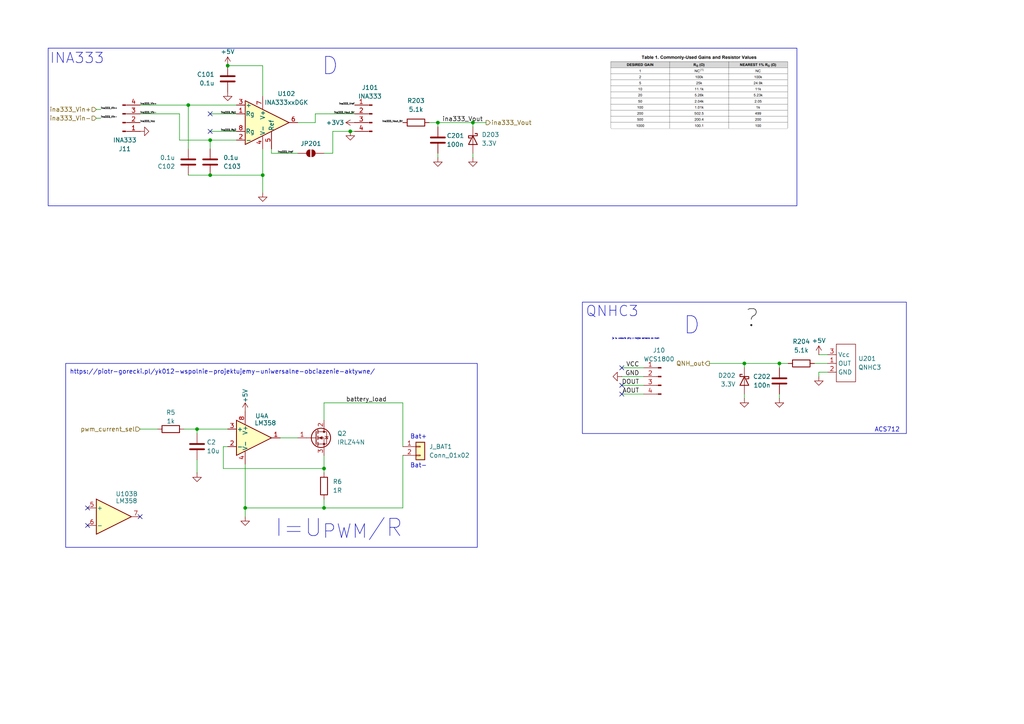
<source format=kicad_sch>
(kicad_sch (version 20250114) (generator "eeschema") (generator_version "9.0")
  (paper "A4")
  (lib_symbols
    (symbol "Amplifier_Instrumentation:INA333xxDGK" (pin_names (offset 0.127))
      (property "Reference" "U" (at 3.81 3.175 0))
      (property "Value" "INA333xxDGK" (at 3.81 -3.175 0))
      (symbol "INA333xxDGK_0_1"
        (polyline (pts (xy 7.62 0) (xy -5.08 6.35) (xy -5.08 -6.35) (xy 7.62 0)) (stroke (width 0.254)) (fill (type background)))
      )
      (symbol "INA333xxDGK_1_1"
        (pin input line (at -7.62 5.08 0) (length 2.54) (name "+") (number "3"))
        (pin passive line (at -7.62 2.54 0) (length 2.54) (name "Rg") (number "1"))
        (pin passive line (at -7.62 -2.54 0) (length 2.54) (name "Rg") (number "8"))
        (pin input line (at -7.62 -5.08 0) (length 2.54) (name "-") (number "2"))
        (pin power_in line (at 0 7.62 270) (length 3.81) (name "V+") (number "7"))
        (pin power_in line (at 0 -7.62 90) (length 3.81) (name "V-") (number "4"))
        (pin input line (at 2.54 -7.62 90) (length 5.08) (name "Ref") (number "5"))
        (pin output line (at 10.16 0 180) (length 2.54) (name "~") (number "6"))
      )
    )
    (symbol "Amplifier_Operational:LM358" (pin_names (offset 0.127))
      (property "Reference" "U" (at 0 5.08 0))
      (property "Value" "LM358" (at 0 -5.08 0))
      (symbol "LM358_1_1"
        (polyline (pts (xy -5.08 5.08) (xy 5.08 0) (xy -5.08 -5.08) (xy -5.08 5.08)) (stroke (width 0.254)) (fill (type background)))
        (pin input line (at -7.62 2.54 0) (length 2.54) (name "+") (number "3"))
        (pin input line (at -7.62 -2.54 0) (length 2.54) (name "-") (number "2"))
        (pin output line (at 7.62 0 180) (length 2.54) (name "~") (number "1"))
      )
      (symbol "LM358_2_1"
        (polyline (pts (xy -5.08 5.08) (xy 5.08 0) (xy -5.08 -5.08) (xy -5.08 5.08)) (stroke (width 0.254)) (fill (type background)))
        (pin input line (at -7.62 2.54 0) (length 2.54) (name "+") (number "5"))
        (pin input line (at -7.62 -2.54 0) (length 2.54) (name "-") (number "6"))
        (pin output line (at 7.62 0 180) (length 2.54) (name "~") (number "7"))
      )
      (symbol "LM358_3_1"
        (pin power_in line (at -2.54 7.62 270) (length 3.81) (name "V+") (number "8"))
        (pin power_in line (at -2.54 -7.62 90) (length 3.81) (name "V-") (number "4"))
      )
    )
    (symbol "Connector:Conn_01x04_Pin" (pin_names (offset 1.016) (hide yes))
      (property "Reference" "J" (at 0 5.08 0))
      (property "Value" "Conn_01x04_Pin" (at 0 -7.62 0))
      (symbol "Conn_01x04_Pin_1_1"
        (rectangle (start 0.8636 2.667) (end 0 2.413) (stroke (width 0.1524)) (fill (type outline)))
        (rectangle (start 0.8636 0.127) (end 0 -0.127) (stroke (width 0.1524)) (fill (type outline)))
        (rectangle (start 0.8636 -2.413) (end 0 -2.667) (stroke (width 0.1524)) (fill (type outline)))
        (rectangle (start 0.8636 -4.953) (end 0 -5.207) (stroke (width 0.1524)) (fill (type outline)))
        (polyline (pts (xy 1.27 2.54) (xy 0.8636 2.54)) (stroke (width 0.1524)))
        (polyline (pts (xy 1.27 0) (xy 0.8636 0)) (stroke (width 0.1524)))
        (polyline (pts (xy 1.27 -2.54) (xy 0.8636 -2.54)) (stroke (width 0.1524)))
        (polyline (pts (xy 1.27 -5.08) (xy 0.8636 -5.08)) (stroke (width 0.1524)))
        (pin passive line (at 5.08 2.54 180) (length 3.81) (name "Pin_1") (number "1"))
        (pin passive line (at 5.08 0 180) (length 3.81) (name "Pin_2") (number "2"))
        (pin passive line (at 5.08 -2.54 180) (length 3.81) (name "Pin_3") (number "3"))
        (pin passive line (at 5.08 -5.08 180) (length 3.81) (name "Pin_4") (number "4"))
      )
    )
    (symbol "Connector_Generic:Conn_01x02" (pin_names (offset 1.016) (hide yes))
      (property "Reference" "J" (at 0 2.54 0))
      (property "Value" "Conn_01x02" (at 0 -5.08 0))
      (symbol "Conn_01x02_1_1"
        (rectangle (start -1.27 1.27) (end 1.27 -3.81) (stroke (width 0.254)) (fill (type background)))
        (rectangle (start -1.27 0.127) (end 0 -0.127) (stroke (width 0.1524)))
        (rectangle (start -1.27 -2.413) (end 0 -2.667) (stroke (width 0.1524)))
        (pin passive line (at -5.08 0 0) (length 3.81) (name "Pin_1") (number "1"))
        (pin passive line (at -5.08 -2.54 0) (length 3.81) (name "Pin_2") (number "2"))
      )
    )
    (symbol "Device:C" (pin_numbers (hide yes)) (pin_names (offset 0.254))
      (property "Reference" "C" (at 0.635 2.54 0))
      (property "Value" "C" (at 0.635 -2.54 0))
      (symbol "C_0_1"
        (polyline (pts (xy -2.032 0.762) (xy 2.032 0.762)) (stroke (width 0.508)))
        (polyline (pts (xy -2.032 -0.762) (xy 2.032 -0.762)) (stroke (width 0.508)))
      )
      (symbol "C_1_1"
        (pin passive line (at 0 3.81 270) (length 2.794) (name "~") (number "1"))
        (pin passive line (at 0 -3.81 90) (length 2.794) (name "~") (number "2"))
      )
    )
    (symbol "Device:D_Schottky" (pin_numbers (hide yes)) (pin_names (offset 1.016) (hide yes))
      (property "Reference" "D" (at 0 2.54 0))
      (property "Value" "D_Schottky" (at 0 -2.54 0))
      (symbol "D_Schottky_0_1"
        (polyline (pts (xy -1.905 0.635) (xy -1.905 1.27) (xy -1.27 1.27) (xy -1.27 -1.27) (xy -0.635 -1.27) (xy -0.635 -0.635)) (stroke (width 0.254)))
        (polyline (pts (xy 1.27 1.27) (xy 1.27 -1.27) (xy -1.27 0) (xy 1.27 1.27)) (stroke (width 0.254)))
        (polyline (pts (xy 1.27 0) (xy -1.27 0)))
      )
      (symbol "D_Schottky_1_1"
        (pin passive line (at -3.81 0 0) (length 2.54) (name "K") (number "1"))
        (pin passive line (at 3.81 0 180) (length 2.54) (name "A") (number "2"))
      )
    )
    (symbol "Device:R" (pin_numbers (hide yes)) (pin_names (offset 0))
      (property "Reference" "R" (at 2.032 0 90))
      (property "Value" "R" (at 0 0 90))
      (symbol "R_0_1"
        (rectangle (start -1.016 -2.54) (end 1.016 2.54) (stroke (width 0.254)))
      )
      (symbol "R_1_1"
        (pin passive line (at 0 3.81 270) (length 1.27) (name "~") (number "1"))
        (pin passive line (at 0 -3.81 90) (length 1.27) (name "~") (number "2"))
      )
    )
    (symbol "Jumper:SolderJumper_2_Open" (pin_numbers (hide yes)) (pin_names (offset 0) (hide yes)) (in_bom no)
      (property "Reference" "JP" (at 0 2.032 0))
      (property "Value" "SolderJumper_2_Open" (at 0 -2.54 0))
      (symbol "SolderJumper_2_Open_0_1"
        (polyline (pts (xy -0.254 1.016) (xy -0.254 -1.016)))
        (arc (start -0.254 -1.016) (mid -1.2656 0) (end -0.254 1.016))
        (arc (start -0.254 -1.016) (mid -1.2656 0) (end -0.254 1.016) (fill (type outline)))
        (arc (start 0.254 1.016) (mid 1.2656 0) (end 0.254 -1.016))
        (arc (start 0.254 1.016) (mid 1.2656 0) (end 0.254 -1.016) (fill (type outline)))
        (polyline (pts (xy 0.254 1.016) (xy 0.254 -1.016)))
      )
      (symbol "SolderJumper_2_Open_1_1"
        (pin passive line (at -3.81 0 0) (length 2.54) (name "A") (number "1"))
        (pin passive line (at 3.81 0 180) (length 2.54) (name "B") (number "2"))
      )
    )
    (symbol "LM358_1" (pin_names (offset 0.127))
      (symbol "LM358_1_1_1"
        (polyline (pts (xy -5.08 5.08) (xy 5.08 0) (xy -5.08 -5.08) (xy -5.08 5.08)) (stroke (width 0.254)) (fill (type background)))
        (pin input line (at -7.62 2.54 0) (length 2.54) (name "+") (number "3"))
        (pin input line (at -7.62 -2.54 0) (length 2.54) (name "-") (number "2"))
        (pin output line (at 7.62 0 180) (length 2.54) (name "~") (number "1"))
      )
      (symbol "LM358_1_2_1"
        (polyline (pts (xy -5.08 5.08) (xy 5.08 0) (xy -5.08 -5.08) (xy -5.08 5.08)) (stroke (width 0.254)) (fill (type background)))
        (pin input line (at -7.62 2.54 0) (length 2.54) (name "+") (number "5"))
        (pin input line (at -7.62 -2.54 0) (length 2.54) (name "-") (number "6"))
        (pin output line (at 7.62 0 180) (length 2.54) (name "~") (number "7"))
      )
      (symbol "LM358_1_3_1"
        (pin power_in line (at -2.54 7.62 270) (length 3.81) (name "V+") (number "8"))
        (pin power_in line (at -2.54 -7.62 90) (length 3.81) (name "V-") (number "4"))
      )
    )
    (symbol "Transistor_FET:IRLZ44N" (pin_names (hide yes))
      (property "Reference" "Q" (at 5.08 1.905 0))
      (property "Value" "IRLZ44N" (at 5.08 0 0))
      (symbol "IRLZ44N_0_1"
        (polyline (pts (xy 0.254 1.905) (xy 0.254 -1.905)) (stroke (width 0.254)))
        (polyline (pts (xy 0.254 0) (xy -2.54 0)))
        (polyline (pts (xy 0.762 2.286) (xy 0.762 1.27)) (stroke (width 0.254)))
        (polyline (pts (xy 0.762 0.508) (xy 0.762 -0.508)) (stroke (width 0.254)))
        (polyline (pts (xy 0.762 -1.27) (xy 0.762 -2.286)) (stroke (width 0.254)))
        (polyline (pts (xy 0.762 -1.778) (xy 3.302 -1.778) (xy 3.302 1.778) (xy 0.762 1.778)))
        (polyline (pts (xy 1.016 0) (xy 2.032 0.381) (xy 2.032 -0.381) (xy 1.016 0)) (fill (type outline)))
        (circle (center 1.651 0) (radius 2.794) (stroke (width 0.254)))
        (polyline (pts (xy 2.54 2.54) (xy 2.54 1.778)))
        (circle (center 2.54 1.778) (radius 0.254) (fill (type outline)))
        (circle (center 2.54 -1.778) (radius 0.254) (fill (type outline)))
        (polyline (pts (xy 2.54 -2.54) (xy 2.54 0) (xy 0.762 0)))
        (polyline (pts (xy 2.794 0.508) (xy 2.921 0.381) (xy 3.683 0.381) (xy 3.81 0.254)))
        (polyline (pts (xy 3.302 0.381) (xy 2.921 -0.254) (xy 3.683 -0.254) (xy 3.302 0.381)))
      )
      (symbol "IRLZ44N_1_1"
        (pin input line (at -5.08 0 0) (length 2.54) (name "G") (number "1"))
        (pin passive line (at 2.54 5.08 270) (length 2.54) (name "D") (number "2"))
        (pin passive line (at 2.54 -5.08 90) (length 2.54) (name "S") (number "3"))
      )
    )
    (symbol "footprints:QNHC3"
      (property "Reference" "U" (at 2.286 5.334 0))
      (property "Value" "QNHC3" (at 0 0 0))
      (symbol "QNHC3_0_1"
        (rectangle (start -2.54 4.318) (end 3.048 -6.604))
      )
      (symbol "QNHC3_1_1"
        (pin passive line (at -5.08 1.27 0) (length 2.54) (name "Vcc") (number "3"))
        (pin passive line (at -5.08 -1.27 0) (length 2.54) (name "OUT") (number "1"))
        (pin passive line (at -5.08 -3.81 0) (length 2.54) (name "GND") (number "2"))
        (pin passive line (at 6.35 11.43 180) (length 2.54) (hide yes) (name "NC") (number "4"))
        (pin passive line (at 6.35 7.62 180) (length 2.54) (hide yes) (name "NC") (number "5"))
      )
    )
    (symbol "power:+3V3" (power) (pin_numbers (hide yes)) (pin_names (offset 0) (hide yes))
      (property "Value" "+3V3" (at 0 3.556 0))
      (symbol "+3V3_0_1"
        (polyline (pts (xy -0.762 1.27) (xy 0 2.54)))
        (polyline (pts (xy 0 2.54) (xy 0.762 1.27)))
        (polyline (pts (xy 0 0) (xy 0 2.54)))
      )
      (symbol "+3V3_1_1"
        (pin power_in line (at 0 0 90) (length 0) (name "~") (number "1"))
      )
    )
    (symbol "power:+5V" (power) (pin_numbers (hide yes)) (pin_names (offset 0) (hide yes))
      (property "Value" "+5V" (at 0 3.556 0))
      (symbol "+5V_0_1"
        (polyline (pts (xy -0.762 1.27) (xy 0 2.54)))
        (polyline (pts (xy 0 2.54) (xy 0.762 1.27)))
        (polyline (pts (xy 0 0) (xy 0 2.54)))
      )
      (symbol "+5V_1_1"
        (pin power_in line (at 0 0 90) (length 0) (name "~") (number "1"))
      )
    )
    (symbol "power:GND" (power) (pin_numbers (hide yes)) (pin_names (offset 0) (hide yes))
      (property "Value" "GND" (at 0 -3.81 0))
      (symbol "GND_0_1"
        (polyline (pts (xy 0 0) (xy 0 -1.27) (xy 1.27 -1.27) (xy 0 -2.54) (xy -1.27 -1.27) (xy 0 -1.27)))
      )
      (symbol "GND_1_1"
        (pin power_in line (at 0 0 270) (length 0) (name "~") (number "1"))
      )
    )
  )
  (rectangle (start 168.91 87.63) (end 262.89 125.73))
  (rectangle (start 13.97 13.97) (end 231.14 59.69))
  (rectangle (start 19.05 105.41) (end 138.43 158.75))
  (text "D" (at 200.66 94.488 0) (effects (font (size 5 5))))
  (text "I=U_{PWM}/R\n" (at 98.298 156.21 0) (effects (font (size 5 5)) (justify bottom)))
  (text "https://piotr-gorecki.pl/yk012-wspolnie-projektujemy-uniwersalne-obciazenie-aktywne/" (at 64.516 107.95 0) (effects (font (size 1.27 1.27))))
  (text "ACS712 " (at 257.81 124.714 0) (effects (font (size 1.27 1.27))))
  (text "ja tu wstawie piny z mojeo sensora co mam\n" (at 184.404 98.298 0) (effects (font (size 0.4 0.4))))
  (text "Bat+" (at 121.412 126.746 0) (effects (font (size 1.27 1.27))))
  (text "D" (at 95.758 19.304 0) (effects (font (size 5 5))))
  (text "INA333\n" (at 22.352 17.018 0) (effects (font (size 3 3))))
  (text "Bat-" (at 121.412 135.128 0) (effects (font (size 1.27 1.27))))
  (text "QNHC3" (at 177.546 90.424 0) (effects (font (size 3 3))))
  (junction (at 101.6 38.1))
  (junction (at 54.61 30.48))
  (junction (at 93.98 135.89))
  (junction (at 66.04 19.05))
  (junction (at 71.12 147.32))
  (junction (at 226.06 105.41))
  (junction (at 127 35.56))
  (junction (at 93.98 147.32))
  (junction (at 137.16 35.56))
  (junction (at 215.9 105.41))
  (junction (at 60.96 50.8))
  (junction (at 60.96 40.64))
  (junction (at 76.2 50.8))
  (junction (at 57.15 124.46))
  (no_connect (at 180.34 111.76))
  (no_connect (at 40.64 149.86))
  (no_connect (at 60.96 38.1))
  (no_connect (at 25.4 147.32))
  (no_connect (at 180.34 114.3))
  (no_connect (at 180.34 106.68))
  (no_connect (at 25.4 152.4))
  (no_connect (at 60.96 33.02))
  (wire (pts (xy 60.96 40.64) (xy 60.96 43.18)))
  (wire (pts (xy 93.98 132.08) (xy 93.98 135.89)))
  (wire (pts (xy 93.98 116.84) (xy 93.98 121.92)))
  (wire (pts (xy 71.12 147.32) (xy 71.12 149.86)))
  (wire (pts (xy 64.77 129.54) (xy 66.04 129.54)))
  (wire (pts (xy 27.94 31.75) (xy 29.21 31.75)))
  (wire (pts (xy 54.61 30.48) (xy 54.61 43.18)))
  (wire (pts (xy 137.16 35.56) (xy 137.16 36.83)))
  (wire (pts (xy 180.34 106.68) (xy 186.69 106.68)))
  (wire (pts (xy 76.2 55.88) (xy 76.2 50.8)))
  (wire (pts (xy 27.94 34.29) (xy 29.21 34.29)))
  (wire (pts (xy 91.44 33.02) (xy 102.87 33.02)))
  (wire (pts (xy 71.12 134.62) (xy 71.12 147.32)))
  (wire (pts (xy 215.9 105.41) (xy 215.9 106.68)))
  (wire (pts (xy 96.52 44.45) (xy 93.98 44.45)))
  (wire (pts (xy 101.6 38.1) (xy 102.87 38.1)))
  (wire (pts (xy 52.07 33.02) (xy 40.64 33.02)))
  (wire (pts (xy 64.77 135.89) (xy 64.77 129.54)))
  (wire (pts (xy 237.49 107.95) (xy 240.03 107.95)))
  (wire (pts (xy 60.96 40.64) (xy 52.07 40.64)))
  (wire (pts (xy 86.36 127) (xy 81.28 127)))
  (wire (pts (xy 215.9 105.41) (xy 205.74 105.41)))
  (wire (pts (xy 127 35.56) (xy 137.16 35.56)))
  (wire (pts (xy 116.84 116.84) (xy 93.98 116.84)))
  (wire (pts (xy 226.06 114.3) (xy 226.06 115.57)))
  (wire (pts (xy 91.44 35.56) (xy 91.44 33.02)))
  (wire (pts (xy 57.15 125.73) (xy 57.15 124.46)))
  (wire (pts (xy 116.84 147.32) (xy 93.98 147.32)))
  (wire (pts (xy 96.52 38.1) (xy 96.52 44.45)))
  (wire (pts (xy 57.15 124.46) (xy 66.04 124.46)))
  (wire (pts (xy 76.2 19.05) (xy 76.2 27.94)))
  (wire (pts (xy 226.06 106.68) (xy 226.06 105.41)))
  (wire (pts (xy 215.9 114.3) (xy 215.9 115.57)))
  (wire (pts (xy 93.98 135.89) (xy 93.98 137.16)))
  (wire (pts (xy 60.96 50.8) (xy 76.2 50.8)))
  (wire (pts (xy 54.61 50.8) (xy 60.96 50.8)))
  (wire (pts (xy 60.96 38.1) (xy 68.58 38.1)))
  (wire (pts (xy 137.16 35.56) (xy 140.97 35.56)))
  (wire (pts (xy 57.15 133.35) (xy 57.15 137.16)))
  (wire (pts (xy 180.34 111.76) (xy 186.69 111.76)))
  (wire (pts (xy 52.07 40.64) (xy 52.07 33.02)))
  (wire (pts (xy 60.96 33.02) (xy 68.58 33.02)))
  (wire (pts (xy 93.98 135.89) (xy 64.77 135.89)))
  (wire (pts (xy 226.06 105.41) (xy 215.9 105.41)))
  (wire (pts (xy 237.49 102.87) (xy 240.03 102.87)))
  (wire (pts (xy 71.12 147.32) (xy 93.98 147.32)))
  (wire (pts (xy 127 36.83) (xy 127 35.56)))
  (wire (pts (xy 78.74 44.45) (xy 86.36 44.45)))
  (wire (pts (xy 53.34 124.46) (xy 57.15 124.46)))
  (wire (pts (xy 86.36 35.56) (xy 91.44 35.56)))
  (wire (pts (xy 66.04 19.05) (xy 76.2 19.05)))
  (wire (pts (xy 93.98 147.32) (xy 93.98 144.78)))
  (wire (pts (xy 236.22 105.41) (xy 240.03 105.41)))
  (wire (pts (xy 127 44.45) (xy 127 45.72)))
  (wire (pts (xy 78.74 44.45) (xy 78.74 43.18)))
  (wire (pts (xy 54.61 30.48) (xy 68.58 30.48)))
  (wire (pts (xy 40.64 124.46) (xy 45.72 124.46)))
  (wire (pts (xy 237.49 109.22) (xy 237.49 107.95)))
  (wire (pts (xy 76.2 50.8) (xy 76.2 43.18)))
  (wire (pts (xy 60.96 40.64) (xy 68.58 40.64)))
  (wire (pts (xy 180.34 114.3) (xy 186.69 114.3)))
  (wire (pts (xy 180.34 109.22) (xy 186.69 109.22)))
  (wire (pts (xy 116.84 129.54) (xy 116.84 116.84)))
  (wire (pts (xy 228.6 105.41) (xy 226.06 105.41)))
  (wire (pts (xy 137.16 44.45) (xy 137.16 45.72)))
  (wire (pts (xy 116.84 132.08) (xy 116.84 147.32)))
  (wire (pts (xy 101.6 38.1) (xy 96.52 38.1)))
  (wire (pts (xy 40.64 30.48) (xy 54.61 30.48)))
  (wire (pts (xy 124.46 35.56) (xy 127 35.56)))
  (image (at 203.2 26.67) (scale 0.646178))
  (label "ina333_Vcc" (at 40.64 35.56 0) (effects (font (size 0.5 0.5))))
  (label "VCC" (at 185.42 106.68 180))
  (label "ina333_Vref" (at 85.09 44.45 180) (effects (font (size 0.5 0.5))))
  (label "GND" (at 185.42 109.22 180))
  (label "ina333_Rg2" (at 68.58 38.1 180) (effects (font (size 0.5 0.5))))
  (label "ina333_Vref" (at 102.87 30.48 180) (effects (font (size 0.5 0.5))))
  (label "ina333_Vin-" (at 29.21 34.29 0) (effects (font (size 0.5 0.5))))
  (label "battery_load" (at 100.33 116.84 0))
  (label "ina333_Vin-" (at 40.64 33.02 0) (effects (font (size 0.5 0.5))))
  (label "?" (at 215.9 96.52 0) (effects (font (size 5 5))))
  (label "ina333_Rg1" (at 68.58 33.02 180) (effects (font (size 0.5 0.5))))
  (label "ina333_Vout_5V" (at 102.87 33.02 180) (effects (font (size 0.5 0.5))))
  (label "DOUT" (at 185.42 111.76 180))
  (label "ina333_Vin+" (at 40.64 30.48 0) (effects (font (size 0.5 0.5))))
  (label "AOUT" (at 185.42 114.3 180))
  (label "ina333_Vin+" (at 29.21 31.75 0) (effects (font (size 0.5 0.5))))
  (label "ina333_Vout_5V" (at 116.84 35.56 180) (effects (font (size 0.5 0.5))))
  (label "ina333_Vout" (at 128.27 35.56 0))
  (hierarchical_label "ina333_Vout" (shape output) (at 140.97 35.56 0))
  (hierarchical_label "pwm_current_sel" (shape input) (at 40.64 124.46 180))
  (hierarchical_label "QNH_out" (shape output) (at 205.74 105.41 180))
  (hierarchical_label "ina333_Vin-" (shape input) (at 27.94 34.29 180))
  (hierarchical_label "ina333_Vin+" (shape input) (at 27.94 31.75 180))
  (symbol (lib_id "Connector:Conn_01x04_Pin") (at 191.77 109.22 0) (mirror y) (unit 1)
    (property "Reference" "J10" (at 191.135 101.6 0))
    (property "Value" "WCS1800" (at 191.135 104.14 0))
    (property "Footprint" "Connector_PinHeader_2.54mm:PinHeader_1x04_P2.54mm_Vertical" (effects (hide yes)))
    (property "Datasheet" "https://jlcpcb.com/api/file/downloadByFileSystemAccessId/8588887121902391296" (effects (hide yes)))
    (property "Description" "Generic connector, single row, 01x04, script generated" (effects (hide yes)))
    (property "JLCPCB Part" "C2337" (effects (hide yes)))
  )
  (symbol (lib_id "power:GND") (at 57.15 137.16 0) (unit 1)
    (property "Reference" "#PWR014" (effects (hide yes)))
    (property "Value" "GND" (effects (hide yes)))
    (property "Description" "Power symbol creates a global label with name \"GND\" , ground" (effects (hide yes)))
  )
  (symbol (lib_id "power:GND") (at 76.2 55.88 0) (unit 1)
    (property "Reference" "#PWR0105" (effects (hide yes)))
    (property "Value" "GND" (effects (hide yes)))
    (property "Description" "Power symbol creates a global label with name \"GND\" , ground" (effects (hide yes)))
  )
  (symbol (lib_id "Device:C") (at 66.04 22.86 0) (mirror y) (unit 1)
    (property "Reference" "C101" (at 62.23 21.5899 0) (effects (justify left)))
    (property "Value" "0.1u" (at 62.23 24.1299 0) (effects (justify left)))
    (property "Footprint" "Capacitor_SMD:C_0805_2012Metric" (effects (hide yes)))
    (property "Datasheet" "https://jlcpcb.com/partdetail/28983-CL21B104KCFNNNE/C28233" (effects (hide yes)))
    (property "Description" "100V 100nF X7R ±10%" (effects (hide yes)))
    (property "Manufacturer" "Samsung Electro-Mechanics" (effects (hide yes)))
  )
  (symbol (lib_id "Jumper:SolderJumper_2_Open") (at 90.17 44.45 0) (unit 1) (in_bom no)
    (property "Reference" "JP201" (at 90.17 41.656 0))
    (property "Value" "SolderJumper_2_Open" (effects (hide yes)))
    (property "Footprint" "Jumper:SolderJumper-2_P1.3mm_Open_TrianglePad1.0x1.5mm" (effects (hide yes)))
    (property "Description" "Solder Jumper, 2-pole, open" (effects (hide yes)))
  )
  (symbol (lib_id "Device:C") (at 60.96 46.99 0) (mirror x) (unit 1)
    (property "Reference" "C103" (at 64.77 48.2601 0) (effects (justify left)))
    (property "Value" "0.1u" (at 64.77 45.7201 0) (effects (justify left)))
    (property "Footprint" "Capacitor_SMD:C_0805_2012Metric" (effects (hide yes)))
    (property "Datasheet" "https://jlcpcb.com/partdetail/28983-CL21B104KCFNNNE/C28233" (effects (hide yes)))
    (property "Description" "100V 100nF X7R ±10%" (effects (hide yes)))
    (property "Manufacturer" "Samsung Electro-Mechanics" (effects (hide yes)))
  )
  (symbol (lib_id "Device:R") (at 49.53 124.46 90) (unit 1)
    (property "Reference" "R5" (at 49.53 119.634 90))
    (property "Value" "1k" (at 49.53 122.174 90))
    (property "Footprint" "Resistor_SMD:R_0805_2012Metric" (effects (hide yes)))
    (property "Datasheet" "https://jlcpcb.com/partdetail/4817-1206W4F1001T5E/C4410" (effects (hide yes)))
    (property "Description" "Resistor" (effects (hide yes)))
    (property "JLCPCB Part" "C17513" (effects (hide yes)))
    (property "Link" "https://jlcpcb.com/partdetail/18201-0805W8F1001T5E/C17513" (effects (hide yes)))
    (property "MFR Part" "0805W8F1001T5E" (effects (hide yes)))
    (property "Manufacturer" "UNI-ROYAL(Uniroyal Elec)" (effects (hide yes)))
  )
  (symbol (lib_name "LM358_1") (lib_id "Amplifier_Operational:LM358") (at 33.02 149.86 0) (unit 2)
    (property "Reference" "U103" (at 33.528 143.256 0) (effects (justify left)))
    (property "Value" "LM358" (at 33.528 145.288 0) (effects (justify left)))
    (property "Footprint" "footprints:LM358" (effects (hide yes)))
    (property "Datasheet" "https://jlcpcb.com/partdetail/PJSEMI-LM358/C2977710" (effects (hide yes)))
    (property "Description" "-16V~16V 0℃~+70℃ 150nA 2 2mA 30nA 32V 32V 40mA 5mV 90dB SOIC-8 Operational Amplifier ROHS" (effects (hide yes)))
    (property "JLCPCB Part" "C2977710" (effects (hide yes)))
  )
  (symbol (lib_id "power:GND") (at 40.64 38.1 90) (unit 1)
    (property "Reference" "#PWR0107" (effects (hide yes)))
    (property "Value" "GND" (effects (hide yes)))
    (property "Description" "Power symbol creates a global label with name \"GND\" , ground" (effects (hide yes)))
  )
  (symbol (lib_id "Connector_Generic:Conn_01x02") (at 121.92 129.54 0) (unit 1)
    (property "Reference" "J_BAT1" (at 124.46 129.5399 0) (effects (justify left)))
    (property "Value" "Conn_01x02" (at 124.46 132.0799 0) (effects (justify left)))
    (property "Footprint" "TerminalBlock:TerminalBlock_MaiXu_MX126-5.0-02P_1x02_P5.00mm" (effects (hide yes)))
  )
  (symbol (lib_id "Device:C") (at 54.61 46.99 180) (unit 1)
    (property "Reference" "C102" (at 50.8 48.2601 0) (effects (justify left)))
    (property "Value" "0.1u" (at 50.8 45.7201 0) (effects (justify left)))
    (property "Footprint" "Capacitor_SMD:C_0805_2012Metric" (effects (hide yes)))
    (property "Datasheet" "https://jlcpcb.com/partdetail/28983-CL21B104KCFNNNE/C28233" (effects (hide yes)))
    (property "Description" "100V 100nF X7R ±10%" (effects (hide yes)))
    (property "Manufacturer" "Samsung Electro-Mechanics" (effects (hide yes)))
  )
  (symbol (lib_id "power:GND") (at 71.12 149.86 0) (unit 1)
    (property "Reference" "#PWR017" (effects (hide yes)))
    (property "Value" "GND" (effects (hide yes)))
    (property "Description" "Power symbol creates a global label with name \"GND\" , ground" (effects (hide yes)))
  )
  (symbol (lib_id "Transistor_FET:IRLZ44N") (at 91.44 127 0) (unit 1)
    (property "Reference" "Q2" (at 97.79 125.7299 0) (effects (justify left)))
    (property "Value" "IRLZ44N" (at 97.79 128.2699 0) (effects (justify left)))
    (property "Footprint" "Package_TO_SOT_THT:TO-220-3_Vertical" (effects (hide yes)))
    (property "Datasheet" "https://jlcpcb.com/partdetail/InfineonTechnologies-IRLZ44NPBF/C38774" (effects (hide yes)))
    (property "Description" "47A Id, 55V Vds, 22mOhm Rds Single N-Channel HEXFET Power MOSFET, TO-220AB" (effects (hide yes)))
    (property "JLCPCB Part" " C38774" (effects (hide yes)))
    (property "Link" "https://jlcpcb.com/partdetail/InfineonTechnologies-IRLZ44NPBF/C38774" (effects (hide yes)))
    (property "MFR Part" " IRLZ44NPBF" (effects (hide yes)))
    (property "Manufacturer" " Infineon Technologies" (effects (hide yes)))
  )
  (symbol (lib_id "Amplifier_Operational:LM358") (at 73.66 127 0) (unit 1)
    (property "Reference" "U4" (at 75.946 120.65 0))
    (property "Value" "LM358" (at 76.962 122.682 0))
    (property "Footprint" "footprints:LM358" (effects (hide yes)))
    (property "Datasheet" "https://jlcpcb.com/partdetail/PJSEMI-LM358/C2977710" (effects (hide yes)))
    (property "Description" "-16V~16V 0℃~+70℃ 150nA 2 2mA 30nA 32V 32V 40mA 5mV 90dB SOIC-8 Operational Amplifier ROHS" (effects (hide yes)))
    (property "JLCPCB Part" "C2977710" (effects (hide yes)))
  )
  (symbol (lib_id "power:GND") (at 180.34 109.22 270) (unit 1)
    (property "Reference" "#PWR027" (effects (hide yes)))
    (property "Value" "GND" (effects (hide yes)))
    (property "Description" "Power symbol creates a global label with name \"GND\" , ground" (effects (hide yes)))
  )
  (symbol (lib_id "footprints:QNHC3") (at 245.11 104.14 0) (unit 1) (in_bom no)
    (property "Reference" "U201" (at 248.92 104.0129 0) (effects (justify left)))
    (property "Value" "QNHC3" (at 248.92 106.5529 0) (effects (justify left)))
    (property "Footprint" "footprints:QNHC3" (effects (hide yes)))
    (property "Datasheet" "https://pl.aliexpress.com/item/1005006113864778.html?gatewayAdapt=glo2pol" (effects (hide yes)))
  )
  (symbol (lib_id "Device:R") (at 120.65 35.56 90) (unit 1)
    (property "Reference" "R203" (at 120.65 29.21 90))
    (property "Value" "5.1k" (at 120.65 31.75 90))
    (property "Footprint" "Resistor_SMD:R_0805_2012Metric" (effects (hide yes)))
    (property "Description" "Resistor" (effects (hide yes)))
    (property "MFR Part" "0805W8F5101T5E " (effects (hide yes)))
    (property "Manufacturer" "UNI-ROYAL(Uniroyal Elec) " (effects (hide yes)))
    (property "Link" "https://jlcpcb.com/partdetail/28584-0805W8F5101T5E/C27834" (effects (hide yes)))
  )
  (symbol (lib_id "power:GND") (at 226.06 115.57 0) (mirror y) (unit 1)
    (property "Reference" "#PWR0220" (effects (hide yes)))
    (property "Value" "GND" (effects (hide yes)))
    (property "Description" "Power symbol creates a global label with name \"GND\" , ground" (effects (hide yes)))
  )
  (symbol (lib_id "power:GND") (at 215.9 115.57 0) (mirror y) (unit 1)
    (property "Reference" "#PWR0221" (effects (hide yes)))
    (property "Value" "GND" (effects (hide yes)))
    (property "Description" "Power symbol creates a global label with name \"GND\" , ground" (effects (hide yes)))
  )
  (symbol (lib_id "power:+3V3") (at 102.87 35.56 90) (unit 1)
    (property "Reference" "#PWR0108" (effects (hide yes)))
    (property "Value" "+3V3" (at 99.822 35.56 90) (effects (justify left)))
    (property "Description" "Power symbol creates a global label with name \"+3V3\"" (effects (hide yes)))
  )
  (symbol (lib_id "power:GND") (at 137.16 45.72 0) (unit 1)
    (property "Reference" "#PWR0207" (effects (hide yes)))
    (property "Value" "GND" (effects (hide yes)))
    (property "Description" "Power symbol creates a global label with name \"GND\" , ground" (effects (hide yes)))
  )
  (symbol (lib_id "power:+5V") (at 71.12 119.38 0) (unit 1)
    (property "Reference" "#PWR016" (effects (hide yes)))
    (property "Value" "+5V" (at 71.12 114.808 90))
    (property "Description" "Power symbol creates a global label with name \"+5V\"" (effects (hide yes)))
  )
  (symbol (lib_id "Device:D_Schottky") (at 215.9 110.49 90) (mirror x) (unit 1)
    (property "Reference" "D202" (at 213.36 108.9024 90) (effects (justify left)))
    (property "Value" "3.3V" (at 213.36 111.4424 90) (effects (justify left)))
    (property "Footprint" "Diode_SMD:D_SOD-323" (effects (hide yes)))
    (property "Description" "200mW 28Ω 3.14V~3.47V" (effects (hide yes)))
    (property "MFR Part" "MMSZ5226BS-7-F" (effects (hide yes)))
    (property "Manufacturer" "Diodes Incorporated" (effects (hide yes)))
    (property "Link" "https://jlcpcb.com/partdetail/DiodesIncorporated-MMSZ5226BS_7F/C145097" (effects (hide yes)))
  )
  (symbol (lib_id "Device:C") (at 127 40.64 0) (unit 1)
    (property "Reference" "C201" (at 129.54 39.37 0) (effects (justify left)))
    (property "Value" "100n" (at 129.54 41.91 0) (effects (justify left)))
    (property "Footprint" "Capacitor_SMD:C_0805_2012Metric" (effects (hide yes)))
    (property "MFR Part" "CL21B104KCFNNNE" (effects (hide yes)))
    (property "Manufacturer" "Samsung Electro-Mechanics" (effects (hide yes)))
    (property "Link" "https://jlcpcb.com/partdetail/28983-CL21B104KCFNNNE/C28233" (effects (hide yes)))
    (property "JLCPCB Part" "C28233" (effects (hide yes)))
  )
  (symbol (lib_id "Device:R") (at 93.98 140.97 180) (unit 1) (in_bom no)
    (property "Reference" "R6" (at 96.52 139.6999 0) (effects (justify right)))
    (property "Value" "1R" (at 96.52 142.2399 0) (effects (justify right)))
    (property "Datasheet" "https://pl.aliexpress.com/item/1005007810348834.html?spm=a2g0o.order_list.order_list_main.17.794d1c24XSU9kr&gatewayAdapt=glo2pol" (effects (hide yes)))
    (property "Description" "100W 1R" (effects (hide yes)))
  )
  (symbol (lib_id "Device:R") (at 232.41 105.41 270) (mirror x) (unit 1)
    (property "Reference" "R204" (at 232.41 99.06 90))
    (property "Value" "5.1k" (at 232.41 101.6 90))
    (property "Footprint" "Resistor_SMD:R_0805_2012Metric" (effects (hide yes)))
    (property "Description" "Resistor" (effects (hide yes)))
    (property "MFR Part" "0805W8F5101T5E " (effects (hide yes)))
    (property "Manufacturer" "UNI-ROYAL(Uniroyal Elec) " (effects (hide yes)))
    (property "Link" "https://jlcpcb.com/partdetail/28584-0805W8F5101T5E/C27834" (effects (hide yes)))
  )
  (symbol (lib_id "Connector:Conn_01x04_Pin") (at 35.56 35.56 0) (mirror x) (unit 1)
    (property "Reference" "J11" (at 36.195 43.18 0))
    (property "Value" "INA333" (at 36.195 40.64 0))
    (property "Footprint" "Connector_PinHeader_2.54mm:PinHeader_1x04_P2.54mm_Vertical" (effects (hide yes)))
    (property "Datasheet" "https://jlcpcb.com/api/file/downloadByFileSystemAccessId/8588887121902391296" (effects (hide yes)))
    (property "Description" "Generic connector, single row, 01x04, script generated" (effects (hide yes)))
    (property "JLCPCB Part" "C2337" (effects (hide yes)))
  )
  (symbol (lib_id "Device:D_Schottky") (at 137.16 40.64 270) (unit 1)
    (property "Reference" "D203" (at 139.7 39.0524 90) (effects (justify left)))
    (property "Value" "3.3V" (at 139.7 41.5924 90) (effects (justify left)))
    (property "Footprint" "Diode_SMD:D_SOD-323" (effects (hide yes)))
    (property "Description" "200mW 28Ω 3.14V~3.47V" (effects (hide yes)))
    (property "MFR Part" "MMSZ5226BS-7-F" (effects (hide yes)))
    (property "Manufacturer" "Diodes Incorporated" (effects (hide yes)))
    (property "Link" "https://jlcpcb.com/partdetail/DiodesIncorporated-MMSZ5226BS_7F/C145097" (effects (hide yes)))
  )
  (symbol (lib_id "Device:C") (at 226.06 110.49 0) (mirror y) (unit 1)
    (property "Reference" "C202" (at 223.52 109.22 0) (effects (justify left)))
    (property "Value" "100n" (at 223.52 111.76 0) (effects (justify left)))
    (property "Footprint" "Capacitor_SMD:C_0805_2012Metric" (effects (hide yes)))
    (property "Manufacturer" "Samsung Electro-Mechanics" (effects (hide yes)))
    (property "MFR Part" " CL21B104KCFNNNE" (effects (hide yes)))
    (property "Link" "https://jlcpcb.com/partdetail/28983-CL21B104KCFNNNE/C28233" (effects (hide yes)))
    (property "JLCPCB Part" "C28233" (effects (hide yes)))
  )
  (symbol (lib_id "power:GND") (at 66.04 26.67 0) (unit 1)
    (property "Reference" "#PWR0104" (effects (hide yes)))
    (property "Value" "GND" (effects (hide yes)))
    (property "Description" "Power symbol creates a global label with name \"GND\" , ground" (effects (hide yes)))
  )
  (symbol (lib_id "Amplifier_Instrumentation:INA333xxDGK") (at 76.2 35.56 0) (unit 1)
    (property "Reference" "U102" (at 83.058 27.178 0))
    (property "Value" "INA333xxDGK" (at 83.058 29.718 0))
    (property "Footprint" "Package_SO:VSSOP-8_3x3mm_P0.65mm" (effects (hide yes)))
    (property "Datasheet" "https://www.ti.com/lit/ds/symlink/ina333.pdf" (effects (hide yes)))
    (property "Description" "Zero Drift, Micropower Instrumentation Amplifier G = 1 + 100kOhm/Rg, VSSOP-8" (effects (hide yes)))
  )
  (symbol (lib_id "Device:C") (at 57.15 129.54 0) (unit 1)
    (property "Reference" "C2" (at 59.944 128.27 0) (effects (justify left)))
    (property "Value" "10u" (at 59.944 130.81 0) (effects (justify left)))
    (property "Footprint" "Capacitor_SMD:C_1206_3216Metric" (effects (hide yes)))
    (property "Description" "Unpolarized capacitor" (effects (hide yes)))
    (property "JLCPCB Part" "C1849" (effects (hide yes)))
    (property "Link" "https://jlcpcb.com/partdetail/2201-CL31A106KOHNNNE/C1849" (effects (hide yes)))
    (property "MFR Part" "CL31A106KOHNNNE " (effects (hide yes)))
    (property "Manufacturer" "Samsung Electro-Mechanics " (effects (hide yes)))
  )
  (symbol (lib_id "Connector:Conn_01x04_Pin") (at 107.95 33.02 0) (mirror y) (unit 1)
    (property "Reference" "J101" (at 107.315 25.4 0))
    (property "Value" "INA333" (at 107.315 27.94 0))
    (property "Footprint" "Connector_PinHeader_2.54mm:PinHeader_1x04_P2.54mm_Vertical" (effects (hide yes)))
    (property "Datasheet" "https://jlcpcb.com/api/file/downloadByFileSystemAccessId/8588887121902391296" (effects (hide yes)))
    (property "Description" "Generic connector, single row, 01x04, script generated" (effects (hide yes)))
    (property "JLCPCB Part" "C2337" (effects (hide yes)))
  )
  (symbol (lib_id "power:GND") (at 101.6 38.1 0) (mirror y) (unit 1)
    (property "Reference" "#PWR0109" (effects (hide yes)))
    (property "Value" "GND" (effects (hide yes)))
    (property "Description" "Power symbol creates a global label with name \"GND\" , ground" (effects (hide yes)))
  )
  (symbol (lib_id "Amplifier_Operational:LM358") (at 73.66 127 0) (unit 3)
    (property "Reference" "U4" (effects (hide yes)))
    (property "Value" "LM358" (effects (hide yes)))
    (property "Footprint" "footprints:LM358" (effects (hide yes)))
    (property "Datasheet" "https://jlcpcb.com/partdetail/PJSEMI-LM358/C2977710" (effects (hide yes)))
    (property "Description" "-16V~16V 0℃~+70℃ 150nA 2 2mA 30nA 32V 32V 40mA 5mV 90dB SOIC-8 Operational Amplifier ROHS" (effects (hide yes)))
    (property "JLCPCB Part" "C2977710" (effects (hide yes)))
  )
  (symbol (lib_id "power:+5V") (at 237.49 102.87 0) (unit 1)
    (property "Reference" "#PWR0201" (effects (hide yes)))
    (property "Value" "+5V" (at 237.49 98.806 0))
    (property "Description" "Power symbol creates a global label with name \"+5V\"" (effects (hide yes)))
  )
  (symbol (lib_id "power:+5V") (at 66.04 19.05 0) (unit 1)
    (property "Reference" "#PWR0103" (effects (hide yes)))
    (property "Value" "+5V" (at 66.04 14.986 0))
    (property "Description" "Power symbol creates a global label with name \"+5V\"" (effects (hide yes)))
  )
  (symbol (lib_id "power:GND") (at 237.49 109.22 0) (unit 1)
    (property "Reference" "#PWR0202" (effects (hide yes)))
    (property "Value" "GND" (effects (hide yes)))
    (property "Description" "Power symbol creates a global label with name \"GND\" , ground" (effects (hide yes)))
  )
  (symbol (lib_id "power:GND") (at 127 45.72 0) (unit 1)
    (property "Reference" "#PWR0208" (effects (hide yes)))
    (property "Value" "GND" (effects (hide yes)))
    (property "Description" "Power symbol creates a global label with name \"GND\" , ground" (effects (hide yes)))
  )
)
</source>
